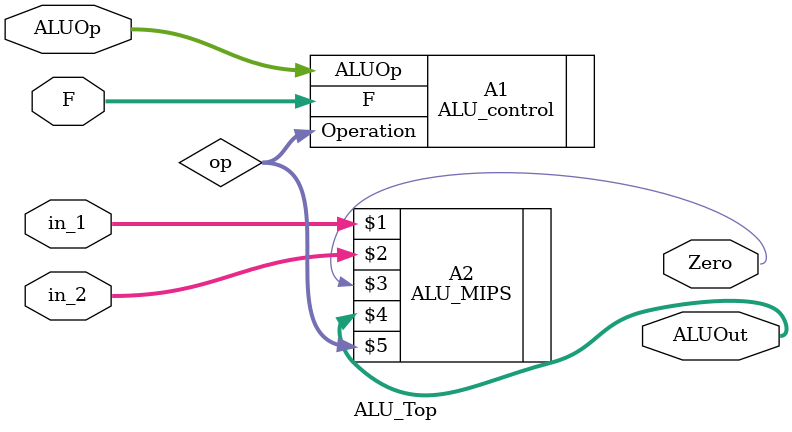
<source format=v>
module ALU_Top(ALUOp, F, in_1,in_2, ALUOut, Zero);
input [5:0] F;
input [1:0] ALUOp;
input [31:0] in_1, in_2;

output Zero;
output [31:0] ALUOut;
wire [3:0] op;

ALU_control A1 (.ALUOp(ALUOp), .F(F), .Operation(op));
ALU_MIPS A2 (in_1,in_2, Zero, ALUOut, op);

endmodule

</source>
